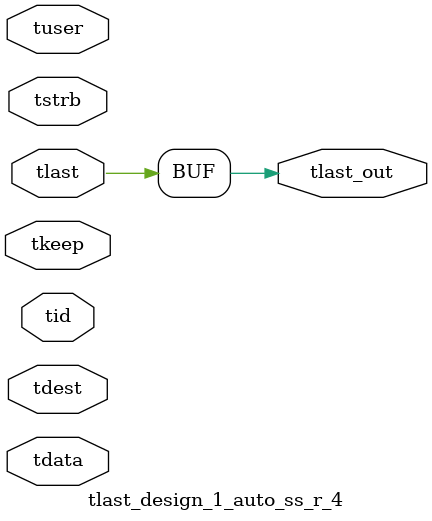
<source format=v>


`timescale 1ps/1ps

module tlast_design_1_auto_ss_r_4 #
(
parameter C_S_AXIS_TID_WIDTH   = 1,
parameter C_S_AXIS_TUSER_WIDTH = 0,
parameter C_S_AXIS_TDATA_WIDTH = 0,
parameter C_S_AXIS_TDEST_WIDTH = 0
)
(
input  [(C_S_AXIS_TID_WIDTH   == 0 ? 1 : C_S_AXIS_TID_WIDTH)-1:0       ] tid,
input  [(C_S_AXIS_TDATA_WIDTH == 0 ? 1 : C_S_AXIS_TDATA_WIDTH)-1:0     ] tdata,
input  [(C_S_AXIS_TUSER_WIDTH == 0 ? 1 : C_S_AXIS_TUSER_WIDTH)-1:0     ] tuser,
input  [(C_S_AXIS_TDEST_WIDTH == 0 ? 1 : C_S_AXIS_TDEST_WIDTH)-1:0     ] tdest,
input  [(C_S_AXIS_TDATA_WIDTH/8)-1:0 ] tkeep,
input  [(C_S_AXIS_TDATA_WIDTH/8)-1:0 ] tstrb,
input  [0:0]                                                             tlast,
output                                                                   tlast_out
);

assign tlast_out = {tlast};

endmodule


</source>
